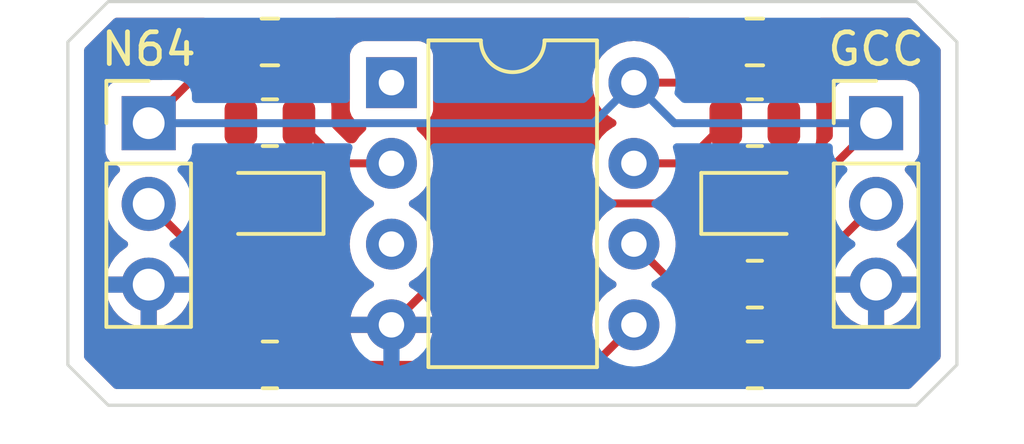
<source format=kicad_pcb>
(kicad_pcb (version 20211014) (generator pcbnew)
  (layers (0 "F.Cu" signal) (31 "B.Cu" signal) (34 "B.Paste" user) (35 "F.Paste" user) (36 "B.SilkS" user "B.Silkscreen") (37 "F.SilkS" user "F.Silkscreen") (38 "B.Mask" user) (39 "F.Mask" user) (44 "Edge.Cuts" user))
  (net 0 "")
  (net 1 "+3V3")
  (net 2 "GND")
  (net 3 "Net-(R1-Pad1)")
  (net 6 "Net-(R2-Pad1)")
  (net 7 "Net-(R4-Pad1)")
  (net 8 "Net-(R5-Pad1)")
  (net 9 "Net-(J1-Pad2)")
  (net 10 "Net-(J2-Pad2)")
  (net 11 "Net-(D2-Pad2)")
  (net 12 "Net-(D1-Pad2)")
  (footprint "Connector_PinHeader_2.54mm:PinHeader_1x03_P2.54mm_Vertical" (layer "F.Cu") (at 27.94 29.225)
    (fp_text reference "N64" (at 0 -2.33) (layer "F.SilkS"))
    (fp_text value "Conn_01x03")
    (fp_line (start -1.33 6.41) (end 1.33 6.41) (layer "F.SilkS") (width 0.12))
    (fp_line (start 1.33 1.27) (end 1.33 6.41) (layer "F.SilkS") (width 0.12))
    (fp_line (start -1.33 0) (end -1.33 -1.33) (layer "F.SilkS") (width 0.12))
    (fp_line (start -1.33 1.27) (end 1.33 1.27) (layer "F.SilkS") (width 0.12))
    (fp_line (start -1.33 -1.33) (end 0 -1.33) (layer "F.SilkS") (width 0.12))
    (fp_line (start -1.33 1.27) (end -1.33 6.41) (layer "F.SilkS") (width 0.12))
    (pad "1" thru_hole rect (at 0 0) (size 1.7 1.7) (drill 1) (layers *.Cu *.Mask) (net 1 "+3V3"))
    (pad "2" thru_hole oval (at 0 2.54) (size 1.7 1.7) (drill 1) (layers *.Cu *.Mask) (net 9 "Net-(J1-Pad2)"))
    (pad "3" thru_hole oval (at 0 5.08) (size 1.7 1.7) (drill 1) (layers *.Cu *.Mask) (net 2 "GND"))
  )
  (footprint "Resistor_SMD:R_0805_2012Metric" (layer "F.Cu") (at 31.75 29.21 180)
    (fp_text reference "R5" hide)
    (fp_text value "470")
    (fp_line (start -0.227064 0.735) (end 0.227064 0.735) (layer "F.SilkS") (width 0.12))
    (fp_line (start -0.227064 -0.735) (end 0.227064 -0.735) (layer "F.SilkS") (width 0.12))
    (pad "1" smd roundrect (at -0.9125 0 180) (size 1.025 1.4) (layers "F.Cu" "F.Paste" "F.Mask") (roundrect_rratio 0.243902439) (net 8 "Net-(R5-Pad1)"))
    (pad "2" smd roundrect (at 0.9125 0 180) (size 1.025 1.4) (layers "F.Cu" "F.Paste" "F.Mask") (roundrect_rratio 0.243902439) (net 11 "Net-(D2-Pad2)"))
  )
  (footprint "Resistor_SMD:R_0805_2012Metric" (layer "F.Cu") (at 31.75 36.83 180)
    (fp_text reference "R1" hide)
    (fp_text value "22")
    (fp_line (start -0.227064 0.735) (end 0.227064 0.735) (layer "F.SilkS") (width 0.12))
    (fp_line (start -0.227064 -0.735) (end 0.227064 -0.735) (layer "F.SilkS") (width 0.12))
    (pad "1" smd roundrect (at -0.9125 0 180) (size 1.025 1.4) (layers "F.Cu" "F.Paste" "F.Mask") (roundrect_rratio 0.243902439) (net 3 "Net-(R1-Pad1)"))
    (pad "2" smd roundrect (at 0.9125 0 180) (size 1.025 1.4) (layers "F.Cu" "F.Paste" "F.Mask") (roundrect_rratio 0.243902439) (net 9 "Net-(J1-Pad2)"))
  )
  (footprint "Resistor_SMD:R_0805_2012Metric" (layer "F.Cu") (at 46.99 34.29)
    (fp_text reference "R3" hide)
    (fp_text value "1K")
    (fp_line (start -0.227064 -0.735) (end 0.227064 -0.735) (layer "F.SilkS") (width 0.12))
    (fp_line (start -0.227064 0.735) (end 0.227064 0.735) (layer "F.SilkS") (width 0.12))
    (pad "1" smd roundrect (at -0.9125 0) (size 1.025 1.4) (layers "F.Cu" "F.Paste" "F.Mask") (roundrect_rratio 0.243902439) (net 1 "+3V3"))
    (pad "2" smd roundrect (at 0.9125 0) (size 1.025 1.4) (layers "F.Cu" "F.Paste" "F.Mask") (roundrect_rratio 0.243902439) (net 10 "Net-(J2-Pad2)"))
  )
  (footprint "Capacitor_SMD:C_0805_2012Metric" (layer "F.Cu") (at 46.99 26.67)
    (fp_text reference "C2" hide)
    (fp_text value "100nF")
    (fp_line (start -0.261252 -0.735) (end 0.261252 -0.735) (layer "F.SilkS") (width 0.12))
    (fp_line (start -0.261252 0.735) (end 0.261252 0.735) (layer "F.SilkS") (width 0.12))
    (pad "1" smd roundrect (at -0.95 0) (size 1 1.45) (layers "F.Cu" "F.Paste" "F.Mask") (net 1 "+3V3"))
    (pad "2" smd roundrect (at 0.95 0) (size 1 1.45) (layers "F.Cu" "F.Paste" "F.Mask") (net 2 "GND"))
  )
  (footprint "Resistor_SMD:R_0805_2012Metric" (layer "F.Cu") (at 46.99 29.21)
    (fp_text reference "R4" hide)
    (fp_text value "470")
    (fp_line (start -0.227064 0.735) (end 0.227064 0.735) (layer "F.SilkS") (width 0.12))
    (fp_line (start -0.227064 -0.735) (end 0.227064 -0.735) (layer "F.SilkS") (width 0.12))
    (pad "1" smd roundrect (at -0.9125 0) (size 1.025 1.4) (layers "F.Cu" "F.Paste" "F.Mask") (roundrect_rratio 0.243902439) (net 7 "Net-(R4-Pad1)"))
    (pad "2" smd roundrect (at 0.9125 0) (size 1.025 1.4) (layers "F.Cu" "F.Paste" "F.Mask") (roundrect_rratio 0.243902439) (net 12 "Net-(D1-Pad2)"))
  )
  (footprint "Package_DIP:DIP-8_W7.62mm" (layer "F.Cu") (at 35.57 27.95)
    (fp_text reference "U1" hide)
    (fp_text value "ATtiny85-20P")
    (fp_line (start 1.16 8.95) (end 6.46 8.95) (layer "F.SilkS") (width 0.12))
    (fp_line (start 6.46 -1.33) (end 4.81 -1.33) (layer "F.SilkS") (width 0.12))
    (fp_line (start 6.46 8.95) (end 6.46 -1.33) (layer "F.SilkS") (width 0.12))
    (fp_line (start 2.81 -1.33) (end 1.16 -1.33) (layer "F.SilkS") (width 0.12))
    (fp_line (start 1.16 -1.33) (end 1.16 8.95) (layer "F.SilkS") (width 0.12))
    (fp_arc (start 4.81 -1.33) (mid 3.81 -0.33) (end 2.81 -1.33) (layer "F.SilkS") (width 0.12))
    (pad "1" thru_hole rect (at 0 0) (size 1.6 1.6) (drill 0.8) (layers *.Cu *.Mask))
    (pad "2" thru_hole oval (at 0 2.54) (size 1.6 1.6) (drill 0.8) (layers *.Cu *.Mask) (net 8 "Net-(R5-Pad1)"))
    (pad "3" thru_hole oval (at 0 5.08) (size 1.6 1.6) (drill 0.8) (layers *.Cu *.Mask))
    (pad "4" thru_hole oval (at 0 7.62) (size 1.6 1.6) (drill 0.8) (layers *.Cu *.Mask) (net 2 "GND"))
    (pad "5" thru_hole oval (at 7.62 7.62) (size 1.6 1.6) (drill 0.8) (layers *.Cu *.Mask) (net 3 "Net-(R1-Pad1)"))
    (pad "6" thru_hole oval (at 7.62 5.08) (size 1.6 1.6) (drill 0.8) (layers *.Cu *.Mask) (net 6 "Net-(R2-Pad1)"))
    (pad "7" thru_hole oval (at 7.62 2.54) (size 1.6 1.6) (drill 0.8) (layers *.Cu *.Mask) (net 7 "Net-(R4-Pad1)"))
    (pad "8" thru_hole oval (at 7.62 0) (size 1.6 1.6) (drill 0.8) (layers *.Cu *.Mask) (net 1 "+3V3"))
  )
  (footprint "LED_SMD:LED_0805_2012Metric" (layer "F.Cu") (at 31.75 31.75 180)
    (fp_text reference "D2" hide)
    (fp_text value "LED")
    (fp_line (start -1.685 0.96) (end 1 0.96) (layer "F.SilkS") (width 0.12))
    (fp_line (start -1.685 -0.96) (end -1.685 0.96) (layer "F.SilkS") (width 0.12))
    (fp_line (start 1 -0.96) (end -1.685 -0.96) (layer "F.SilkS") (width 0.12))
    (pad "1" smd roundrect (at -0.9375 0 180) (size 0.975 1.4) (layers "F.Cu" "F.Paste" "F.Mask") (net 2 "GND"))
    (pad "2" smd roundrect (at 0.9375 0 180) (size 0.975 1.4) (layers "F.Cu" "F.Paste" "F.Mask") (net 11 "Net-(D2-Pad2)"))
  )
  (footprint "Connector_PinHeader_2.54mm:PinHeader_1x03_P2.54mm_Vertical" (layer "F.Cu") (at 50.8 29.225)
    (fp_text reference "GCC" (at 0 -2.33) (layer "F.SilkS"))
    (fp_text value "Conn_01x03")
    (fp_line (start -1.33 6.41) (end 1.33 6.41) (layer "F.SilkS") (width 0.12))
    (fp_line (start 1.33 1.27) (end 1.33 6.41) (layer "F.SilkS") (width 0.12))
    (fp_line (start -1.33 1.27) (end 1.33 1.27) (layer "F.SilkS") (width 0.12))
    (fp_line (start -1.33 -1.33) (end 0 -1.33) (layer "F.SilkS") (width 0.12))
    (fp_line (start -1.33 0) (end -1.33 -1.33) (layer "F.SilkS") (width 0.12))
    (fp_line (start -1.33 1.27) (end -1.33 6.41) (layer "F.SilkS") (width 0.12))
    (pad "1" thru_hole rect (at 0 0) (size 1.7 1.7) (drill 1) (layers *.Cu *.Mask) (net 1 "+3V3"))
    (pad "2" thru_hole oval (at 0 2.54) (size 1.7 1.7) (drill 1) (layers *.Cu *.Mask) (net 10 "Net-(J2-Pad2)"))
    (pad "3" thru_hole oval (at 0 5.08) (size 1.7 1.7) (drill 1) (layers *.Cu *.Mask) (net 2 "GND"))
  )
  (footprint "Capacitor_SMD:C_0805_2012Metric" (layer "F.Cu") (at 31.75 26.67)
    (fp_text reference "C1" hide)
    (fp_text value "10uF")
    (fp_line (start -0.261252 0.735) (end 0.261252 0.735) (layer "F.SilkS") (width 0.12))
    (fp_line (start -0.261252 -0.735) (end 0.261252 -0.735) (layer "F.SilkS") (width 0.12))
    (pad "1" smd roundrect (at -0.95 0) (size 1 1.45) (layers "F.Cu" "F.Paste" "F.Mask") (net 1 "+3V3"))
    (pad "2" smd roundrect (at 0.95 0) (size 1 1.45) (layers "F.Cu" "F.Paste" "F.Mask") (net 2 "GND"))
  )
  (footprint "LED_SMD:LED_0805_2012Metric" (layer "F.Cu") (at 46.99 31.75)
    (fp_text reference "D1" hide)
    (fp_text value "LED")
    (fp_line (start -1.685 -0.96) (end -1.685 0.96) (layer "F.SilkS") (width 0.12))
    (fp_line (start -1.685 0.96) (end 1 0.96) (layer "F.SilkS") (width 0.12))
    (fp_line (start 1 -0.96) (end -1.685 -0.96) (layer "F.SilkS") (width 0.12))
    (pad "1" smd roundrect (at -0.9375 0) (size 0.975 1.4) (layers "F.Cu" "F.Paste" "F.Mask") (net 2 "GND"))
    (pad "2" smd roundrect (at 0.9375 0) (size 0.975 1.4) (layers "F.Cu" "F.Paste" "F.Mask") (net 12 "Net-(D1-Pad2)"))
  )
  (footprint "Resistor_SMD:R_0805_2012Metric" (layer "F.Cu") (at 46.99 36.83)
    (fp_text reference "R2" hide)
    (fp_text value "22")
    (fp_line (start -0.227064 0.735) (end 0.227064 0.735) (layer "F.SilkS") (width 0.12))
    (fp_line (start -0.227064 -0.735) (end 0.227064 -0.735) (layer "F.SilkS") (width 0.12))
    (pad "1" smd roundrect (at -0.9125 0) (size 1.025 1.4) (layers "F.Cu" "F.Paste" "F.Mask") (roundrect_rratio 0.243902439) (net 6 "Net-(R2-Pad1)"))
    (pad "2" smd roundrect (at 0.9125 0) (size 1.025 1.4) (layers "F.Cu" "F.Paste" "F.Mask") (roundrect_rratio 0.243902439) (net 10 "Net-(J2-Pad2)"))
  )
  (gr_poly (pts (xy 53.34 26.67) (xy 53.34 36.83) (xy 52.07 38.1) (xy 26.67 38.1) (xy 25.4 36.83) (xy 25.4 26.67) (xy 26.67 25.4) (xy 52.07 25.4)) (layer "Edge.Cuts") (width 0.1) (fill none))
  (segment (start 47.5925 32.775) (end 48.406834 32.775) (width 0.25) (layer "F.Cu") (net 1))
  (segment (start 46.0775 34.29) (end 47.5925 32.775) (width 0.25) (layer "F.Cu") (net 1))
  (segment (start 27.94 29.225) (end 30.495 26.67) (width 0.25) (layer "F.Cu") (net 1))
  (segment (start 30.495 26.67) (end 30.8 26.67) (width 0.25) (layer "F.Cu") (net 1))
  (segment (start 43.19 27.95) (end 44.76 27.95) (width 0.25) (layer "F.Cu") (net 1))
  (segment (start 48.406834 32.775) (end 48.74 32.441834) (width 0.25) (layer "F.Cu") (net 1))
  (segment (start 48.74 32.441834) (end 48.74 31.285) (width 0.25) (layer "F.Cu") (net 1))
  (segment (start 44.76 27.95) (end 46.04 26.67) (width 0.25) (layer "F.Cu") (net 1))
  (segment (start 48.74 31.285) (end 50.8 29.225) (width 0.25) (layer "F.Cu") (net 1))
  (segment (start 41.915 29.225) (end 43.19 27.95) (width 0.25) (layer "B.Cu") (net 1))
  (segment (start 44.465 29.225) (end 43.19 27.95) (width 0.25) (layer "B.Cu") (net 1))
  (segment (start 50.8 29.225) (end 44.465 29.225) (width 0.25) (layer "B.Cu") (net 1))
  (segment (start 27.94 29.225) (end 41.915 29.225) (width 0.25) (layer "B.Cu") (net 1))
  (segment (start 39.39 31.75) (end 35.57 35.57) (width 0.25) (layer "F.Cu") (net 2))
  (segment (start 46.0525 31.75) (end 39.39 31.75) (width 0.25) (layer "F.Cu") (net 2))
  (segment (start 32.6625 36.83) (end 41.93 36.83) (width 0.25) (layer "F.Cu") (net 3))
  (segment (start 41.93 36.83) (end 43.19 35.57) (width 0.25) (layer "F.Cu") (net 3))
  (segment (start 46.0775 36.83) (end 46.0775 35.9175) (width 0.25) (layer "F.Cu") (net 6))
  (segment (start 46.0775 35.9175) (end 43.19 33.03) (width 0.25) (layer "F.Cu") (net 6))
  (segment (start 43.19 30.49) (end 44.7975 30.49) (width 0.25) (layer "F.Cu") (net 7))
  (segment (start 44.7975 30.49) (end 46.0775 29.21) (width 0.25) (layer "F.Cu") (net 7))
  (segment (start 32.6625 29.21) (end 33.9425 30.49) (width 0.25) (layer "F.Cu") (net 8))
  (segment (start 33.9425 30.49) (end 35.57 30.49) (width 0.25) (layer "F.Cu") (net 8))
  (segment (start 30.8375 34.6625) (end 30.8375 36.83) (width 0.25) (layer "F.Cu") (net 9))
  (segment (start 27.94 31.765) (end 30.8375 34.6625) (width 0.25) (layer "F.Cu") (net 9))
  (segment (start 47.9025 34.29) (end 47.9025 36.83) (width 0.25) (layer "F.Cu") (net 10))
  (segment (start 50.8 31.765) (end 48.275 34.29) (width 0.25) (layer "F.Cu") (net 10))
  (segment (start 48.275 34.29) (end 47.9025 34.29) (width 0.25) (layer "F.Cu") (net 10))
  (segment (start 30.8125 29.235) (end 30.8375 29.21) (width 0.25) (layer "F.Cu") (net 11))
  (segment (start 30.8125 31.75) (end 30.8125 29.235) (width 0.25) (layer "F.Cu") (net 11))
  (segment (start 47.9025 31.725) (end 47.9275 31.75) (width 0.25) (layer "F.Cu") (net 12))
  (segment (start 47.9025 29.21) (end 47.9025 31.725) (width 0.25) (layer "F.Cu") (net 12))
  (zone (net 2) (net_name "GND") (layer "F.Cu") (connect_pads (clearance 0.508)) (min_thickness 0.254) (fill yes (thermal_gap 0.508) (thermal_bridge_width 0.508))
    (polygon (pts (xy 53.34 38.1) (xy 25.4 38.1) (xy 25.4 25.4) (xy 53.34 25.4)))
  )
  (zone (net 2) (net_name "GND") (layer "B.Cu") (connect_pads (clearance 0.508)) (min_thickness 0.254) (fill yes (thermal_gap 0.508) (thermal_bridge_width 0.508))
    (polygon (pts (xy 53.34 38.1) (xy 25.4 38.1) (xy 25.4 25.4) (xy 53.34 25.4)))
  )
)
</source>
